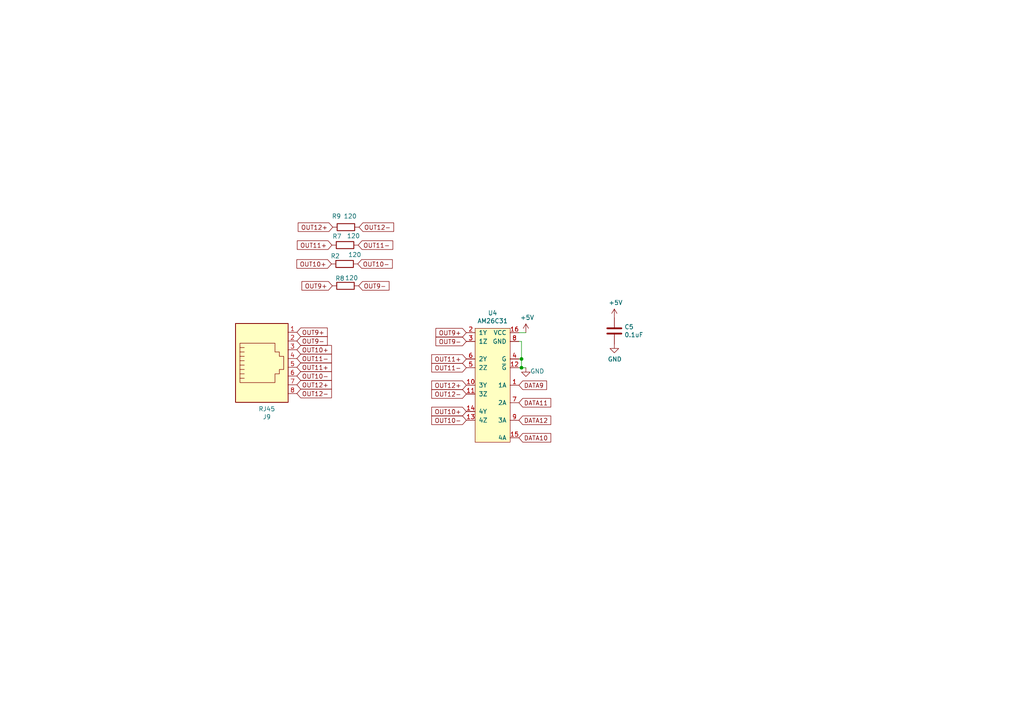
<source format=kicad_sch>
(kicad_sch (version 20211123) (generator eeschema)
  (paper "A4")
  (lib_symbols
    (symbol "AM26C31:AM26C31" (pin_names (offset 1.016))
      (property "Reference" "IC" (at -5.08 17.78 0))
      (property "Value" "AM26C31" (at -5.08 -17.78 0))
      (symbol "AM26C31_0_0"
        (pin input line (at -7.62 0 0) (length 2.54) (name "1A") (number "1"))
        (pin output line (at 7.62 0 180) (length 2.54) (name "3Y") (number "10"))
        (pin output line (at 7.62 -2.54 180) (length 2.54) (name "3Z") (number "11"))
        (pin input line (at -7.62 5.08 0) (length 2.54) (name "~{G}") (number "12"))
        (pin output line (at 7.62 -10.16 180) (length 2.54) (name "4Z") (number "13"))
        (pin output line (at 7.62 -7.62 180) (length 2.54) (name "4Y") (number "14"))
        (pin input line (at -7.62 -15.24 0) (length 2.54) (name "4A") (number "15"))
        (pin power_in line (at -7.62 15.24 0) (length 2.54) (name "VCC") (number "16"))
        (pin output line (at 7.62 15.24 180) (length 2.54) (name "1Y") (number "2"))
        (pin output line (at 7.62 12.7 180) (length 2.54) (name "1Z") (number "3"))
        (pin input line (at -7.62 7.62 0) (length 2.54) (name "G") (number "4"))
        (pin output line (at 7.62 5.08 180) (length 2.54) (name "2Z") (number "5"))
        (pin output line (at 7.62 7.62 180) (length 2.54) (name "2Y") (number "6"))
        (pin input line (at -7.62 -5.08 0) (length 2.54) (name "2A") (number "7"))
        (pin power_in line (at -7.62 12.7 0) (length 2.54) (name "GND") (number "8"))
        (pin input line (at -7.62 -10.16 0) (length 2.54) (name "3A") (number "9"))
      )
      (symbol "AM26C31_0_1"
        (rectangle (start -5.08 16.51) (end 5.08 -16.51) (fill (type background)))
      )
    )
    (symbol "Connector:RJ45" (pin_names (offset 1.016))
      (property "Reference" "J" (at -5.08 13.97 0))
      (property "Value" "RJ45" (at 2.54 13.97 0))
      (symbol "RJ45_0_1"
        (polyline (pts (xy -5.08 4.445) (xy -6.35 4.445)))
        (polyline (pts (xy -5.08 5.715) (xy -6.35 5.715)))
        (polyline (pts (xy -6.35 -3.175) (xy -5.08 -3.175) (xy -5.08 -3.175)))
        (polyline (pts (xy -6.35 -1.905) (xy -5.08 -1.905) (xy -5.08 -1.905)))
        (polyline (pts (xy -6.35 -0.635) (xy -5.08 -0.635) (xy -5.08 -0.635)))
        (polyline (pts (xy -6.35 0.635) (xy -5.08 0.635) (xy -5.08 0.635)))
        (polyline (pts (xy -6.35 1.905) (xy -5.08 1.905) (xy -5.08 1.905)))
        (polyline (pts (xy -5.08 3.175) (xy -6.35 3.175) (xy -6.35 3.175)))
        (polyline (pts (xy -6.35 -4.445) (xy -6.35 6.985) (xy 3.81 6.985) (xy 3.81 4.445) (xy 5.08 4.445) (xy 5.08 3.175) (xy 6.35 3.175) (xy 6.35 -0.635) (xy 5.08 -0.635) (xy 5.08 -1.905) (xy 3.81 -1.905) (xy 3.81 -4.445) (xy -6.35 -4.445) (xy -6.35 -4.445)))
        (rectangle (start 7.62 12.7) (end -7.62 -10.16) (stroke (width 0.254)) (fill (type background)))
      )
      (symbol "RJ45_1_1"
        (pin passive line (at 10.16 -7.62 180) (length 2.54) (name "~") (number "1"))
        (pin passive line (at 10.16 -5.08 180) (length 2.54) (name "~") (number "2"))
        (pin passive line (at 10.16 -2.54 180) (length 2.54) (name "~") (number "3"))
        (pin passive line (at 10.16 0 180) (length 2.54) (name "~") (number "4"))
        (pin passive line (at 10.16 2.54 180) (length 2.54) (name "~") (number "5"))
        (pin passive line (at 10.16 5.08 180) (length 2.54) (name "~") (number "6"))
        (pin passive line (at 10.16 7.62 180) (length 2.54) (name "~") (number "7"))
        (pin passive line (at 10.16 10.16 180) (length 2.54) (name "~") (number "8"))
      )
    )
    (symbol "Device:C" (pin_numbers hide) (pin_names (offset 0.254))
      (property "Reference" "C" (at 0.635 2.54 0))
      (property "Value" "C" (at 0.635 -2.54 0))
      (symbol "C_0_1"
        (polyline (pts (xy -2.032 -0.762) (xy 2.032 -0.762)) (stroke (width 0.508)))
        (polyline (pts (xy -2.032 0.762) (xy 2.032 0.762)) (stroke (width 0.508)))
      )
      (symbol "C_1_1"
        (pin passive line (at 0 3.81 270) (length 2.794) (name "~") (number "1"))
        (pin passive line (at 0 -3.81 90) (length 2.794) (name "~") (number "2"))
      )
    )
    (symbol "PB_16-rescue:R-Device" (pin_numbers hide) (pin_names (offset 0))
      (property "Reference" "R" (at 2.032 0 90))
      (property "Value" "R-Device" (at 0 0 90))
      (symbol "R-Device_0_1"
        (rectangle (start -1.016 -2.54) (end 1.016 2.54) (stroke (width 0.254)))
      )
      (symbol "R-Device_1_1"
        (pin passive line (at 0 3.81 270) (length 1.27) (name "~") (number "1"))
        (pin passive line (at 0 -3.81 90) (length 1.27) (name "~") (number "2"))
      )
    )
    (symbol "power:+5V" (power) (pin_names (offset 0))
      (property "Value" "+5V" (at 0 3.556 0))
      (symbol "+5V_0_1"
        (polyline (pts (xy -0.762 1.27) (xy 0 2.54)))
        (polyline (pts (xy 0 0) (xy 0 2.54)))
        (polyline (pts (xy 0 2.54) (xy 0.762 1.27)))
      )
      (symbol "+5V_1_1"
        (pin power_in line (at 0 0 90) (length 0) hide (name "+5V") (number "1"))
      )
    )
    (symbol "power:GND" (power) (pin_names (offset 0))
      (property "Value" "GND" (at 0 -3.81 0))
      (symbol "GND_0_1"
        (polyline (pts (xy 0 0) (xy 0 -1.27) (xy 1.27 -1.27) (xy 0 -2.54) (xy -1.27 -1.27) (xy 0 -1.27)))
      )
      (symbol "GND_1_1"
        (pin power_in line (at 0 0 270) (length 0) hide (name "GND") (number "1"))
      )
    )
  )
  (junction (at 151.257 104.1146))
  (junction (at 151.257 106.6546))
  (wire (pts (xy 150.495 104.1146) (xy 151.257 104.1146)))
  (wire (pts (xy 151.257 106.6546) (xy 150.495 106.6546)))
  (wire (pts (xy 151.257 99.0346) (xy 151.257 104.1146)))
  (wire (pts (xy 150.495 96.4946) (xy 152.527 96.4946)))
  (wire (pts (xy 152.527 106.6546) (xy 151.257 106.6546)))
  (wire (pts (xy 150.495 99.0346) (xy 151.257 99.0346)))
  (wire (pts (xy 151.257 104.1146) (xy 151.257 106.6546)))
  (global_label "OUT9-" (shape input) (at 104.013 82.9056 0) (property "Intersheet References" "${INTERSHEET_REFS}" (effects hide)))
  (global_label "OUT12+" (shape input) (at 86.106 111.6076 0) (property "Intersheet References" "${INTERSHEET_REFS}" (effects hide)))
  (global_label "OUT11+" (shape input) (at 86.106 106.5276 0) (property "Intersheet References" "${INTERSHEET_REFS}" (effects hide)))
  (global_label "OUT11-" (shape input) (at 103.886 71.0946 0) (property "Intersheet References" "${INTERSHEET_REFS}" (effects hide)))
  (global_label "OUT11-" (shape input) (at 135.255 106.6546 180) (property "Intersheet References" "${INTERSHEET_REFS}" (effects hide)))
  (global_label "OUT12-" (shape input) (at 86.106 114.1476 0) (property "Intersheet References" "${INTERSHEET_REFS}" (effects hide)))
  (global_label "OUT12-" (shape input) (at 135.255 114.2746 180) (property "Intersheet References" "${INTERSHEET_REFS}" (effects hide)))
  (global_label "OUT11+" (shape input) (at 96.266 71.0946 180) (property "Intersheet References" "${INTERSHEET_REFS}" (effects hide)))
  (global_label "DATA10" (shape input) (at 150.495 126.9746 0) (property "Intersheet References" "${INTERSHEET_REFS}" (effects hide)))
  (global_label "OUT10+" (shape input) (at 86.106 101.4476 0) (property "Intersheet References" "${INTERSHEET_REFS}" (effects hide)))
  (global_label "OUT10+" (shape input) (at 96.139 76.5556 180) (property "Intersheet References" "${INTERSHEET_REFS}" (effects hide)))
  (global_label "DATA9" (shape input) (at 150.495 111.7346 0) (property "Intersheet References" "${INTERSHEET_REFS}" (effects hide)))
  (global_label "OUT11+" (shape input) (at 135.255 104.1146 180) (property "Intersheet References" "${INTERSHEET_REFS}" (effects hide)))
  (global_label "OUT10+" (shape input) (at 135.255 119.3546 180) (property "Intersheet References" "${INTERSHEET_REFS}" (effects hide)))
  (global_label "OUT9+" (shape input) (at 86.106 96.3676 0) (property "Intersheet References" "${INTERSHEET_REFS}" (effects hide)))
  (global_label "OUT9-" (shape input) (at 86.106 98.9076 0) (property "Intersheet References" "${INTERSHEET_REFS}" (effects hide)))
  (global_label "DATA12" (shape input) (at 150.495 121.8946 0) (property "Intersheet References" "${INTERSHEET_REFS}" (effects hide)))
  (global_label "OUT10-" (shape input) (at 135.255 121.8946 180) (property "Intersheet References" "${INTERSHEET_REFS}" (effects hide)))
  (global_label "OUT12+" (shape input) (at 96.52 65.8876 180) (property "Intersheet References" "${INTERSHEET_REFS}" (effects hide)))
  (global_label "OUT9+" (shape input) (at 135.255 96.4946 180) (property "Intersheet References" "${INTERSHEET_REFS}" (effects hide)))
  (global_label "OUT10-" (shape input) (at 86.106 109.0676 0) (property "Intersheet References" "${INTERSHEET_REFS}" (effects hide)))
  (global_label "OUT12-" (shape input) (at 104.14 65.8876 0) (property "Intersheet References" "${INTERSHEET_REFS}" (effects hide)))
  (global_label "OUT9-" (shape input) (at 135.255 99.0346 180) (property "Intersheet References" "${INTERSHEET_REFS}" (effects hide)))
  (global_label "OUT9+" (shape input) (at 96.393 82.9056 180) (property "Intersheet References" "${INTERSHEET_REFS}" (effects hide)))
  (global_label "OUT10-" (shape input) (at 103.759 76.5556 0) (property "Intersheet References" "${INTERSHEET_REFS}" (effects hide)))
  (global_label "OUT11-" (shape input) (at 86.106 103.9876 0) (property "Intersheet References" "${INTERSHEET_REFS}" (effects hide)))
  (global_label "DATA11" (shape input) (at 150.495 116.8146 0) (property "Intersheet References" "${INTERSHEET_REFS}" (effects hide)))
  (global_label "OUT12+" (shape input) (at 135.255 111.7346 180) (property "Intersheet References" "${INTERSHEET_REFS}" (effects hide)))
  (symbol (lib_id "Connector:RJ45") (at 75.946 103.9876 0) (mirror x) (unit 1)
    (property "Reference" "J9" (at 77.3938 120.9294 0))
    (property "Value" "RJ45" (at 77.3938 118.618 0))
    (property "Footprint" "Connector_RJ:RJ45_Amphenol_54602-x08_Horizontal" (effects hide))
    (property "MPN" "X05ADIWA1DY1022" (effects hide))
    (property "LCSC" "C2938579" (effects hide))
  )
  (symbol (lib_id "power:GND") (at 152.527 106.6546 0) (unit 1)
    (property "Reference" "#PWR03" (effects hide))
    (property "Value" "GND" (at 155.829 107.6706 0))
  )
  (symbol (lib_id "PB_16-rescue:R-Device") (at 100.076 71.0946 270) (unit 1)
    (property "Reference" "R7" (at 96.393 68.5546 90) (effects (justify left)))
    (property "Value" "120" (at 100.584 68.4276 90) (effects (justify left)))
    (property "Footprint" "Resistor_SMD:R_0603_1608Metric_Pad0.98x0.95mm_HandSolder" (effects hide))
    (property "Digi-Key_PN" "A129677CT-ND" (effects hide))
    (property "MPN" "CRGCQ0603F120R" (effects hide))
    (property "LCSC" "C22787" (effects hide))
  )
  (symbol (lib_id "AM26C31:AM26C31") (at 142.875 111.7346 0) (mirror y) (unit 1)
    (property "Reference" "U4" (at 142.875 90.7796 0))
    (property "Value" "AM26C31" (at 142.875 93.091 0))
    (property "Footprint" "Package_SO:SOIC-16_3.9x9.9mm_P1.27mm" (effects hide))
    (property "Datasheet" "http://www.ti.com.cn/cn/lit/ds/symlink/am26c31.pdf" (effects hide))
    (property "Digikey PN" "296-6785-5-ND" (effects hide))
    (property "Digi-Key_PN" "296-23457-1-ND" (effects hide))
    (property "LCSC" "C34923" (effects hide))
    (property "MPN" "AM26C31MDREP" (effects hide))
  )
  (symbol (lib_id "power:+5V") (at 178.181 92.1766 0) (unit 1)
    (property "Reference" "#PWR033" (effects hide))
    (property "Value" "+5V" (at 178.562 87.7824 0))
  )
  (symbol (lib_id "PB_16-rescue:R-Device") (at 100.33 65.8876 90) (unit 1)
    (property "Reference" "R9" (at 98.933 62.7126 90) (effects (justify left)))
    (property "Value" "120" (at 103.505 62.7126 90) (effects (justify left)))
    (property "Footprint" "Resistor_SMD:R_0603_1608Metric_Pad0.98x0.95mm_HandSolder" (effects hide))
    (property "Digi-Key_PN" "A129677CT-ND" (effects hide))
    (property "MPN" "CRGCQ0603F120R" (effects hide))
    (property "LCSC" "C22787" (effects hide))
  )
  (symbol (lib_id "power:GND") (at 178.181 99.7966 0) (unit 1)
    (property "Reference" "#PWR034" (effects hide))
    (property "Value" "GND" (at 178.308 104.1908 0))
  )
  (symbol (lib_id "PB_16-rescue:R-Device") (at 99.949 76.5556 270) (unit 1)
    (property "Reference" "R2" (at 95.885 74.2696 90) (effects (justify left)))
    (property "Value" "120" (at 100.965 73.8886 90) (effects (justify left)))
    (property "Footprint" "Resistor_SMD:R_0603_1608Metric_Pad0.98x0.95mm_HandSolder" (effects hide))
    (property "Digi-Key_PN" "A129677CT-ND" (effects hide))
    (property "MPN" "CRGCQ0603F120R" (effects hide))
    (property "LCSC" "C22787" (effects hide))
  )
  (symbol (lib_id "power:+5V") (at 152.527 96.4946 0) (unit 1)
    (property "Reference" "#PWR01" (effects hide))
    (property "Value" "+5V" (at 152.908 92.1004 0))
  )
  (symbol (lib_id "Device:C") (at 178.181 95.9866 0) (unit 1)
    (property "Reference" "C5" (at 181.102 94.8182 0) (effects (justify left)))
    (property "Value" "0.1uF" (at 181.102 97.1296 0) (effects (justify left)))
    (property "Footprint" "Capacitor_SMD:C_0603_1608Metric_Pad1.08x0.95mm_HandSolder" (effects hide))
    (property "Digi-Key_PN" "1276-1935-2-ND" (effects hide))
    (property "MPN" "CL10B104KB8NNWC" (effects hide))
    (property "LCSC" "C14663" (effects hide))
  )
  (symbol (lib_id "PB_16-rescue:R-Device") (at 100.203 82.9056 90) (unit 1)
    (property "Reference" "R8" (at 99.949 80.7466 90) (effects (justify left)))
    (property "Value" "120" (at 103.886 80.6196 90) (effects (justify left)))
    (property "Footprint" "Resistor_SMD:R_0603_1608Metric_Pad0.98x0.95mm_HandSolder" (effects hide))
    (property "Digi-Key_PN" "A129677CT-ND" (effects hide))
    (property "MPN" "CRGCQ0603F120R" (effects hide))
    (property "LCSC" "C22787" (effects hide))
  )
)
</source>
